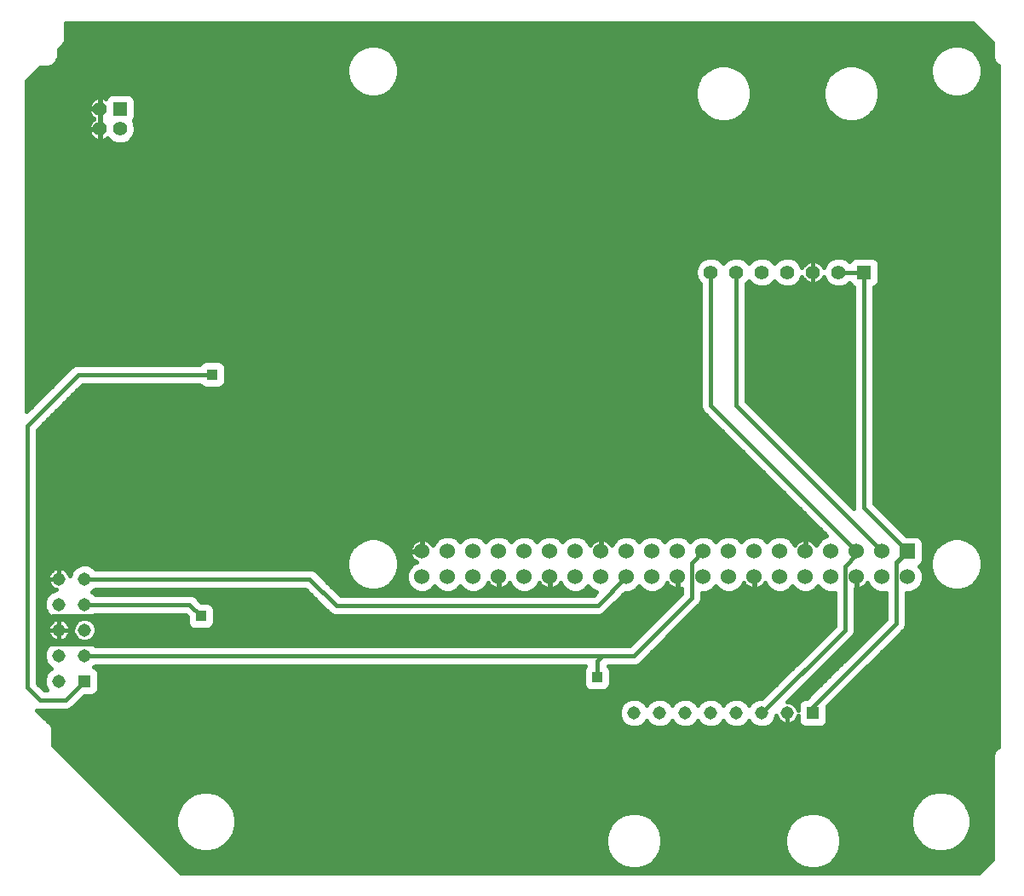
<source format=gbl>
G75*
%MOIN*%
%OFA0B0*%
%FSLAX25Y25*%
%IPPOS*%
%LPD*%
%AMOC8*
5,1,8,0,0,1.08239X$1,22.5*
%
%ADD10R,0.06000X0.06000*%
%ADD11C,0.06000*%
%ADD12R,0.05543X0.05543*%
%ADD13C,0.05543*%
%ADD14C,0.05150*%
%ADD15R,0.05150X0.05150*%
%ADD16C,0.01600*%
%ADD17R,0.04356X0.04356*%
D10*
X0350547Y0144307D03*
D11*
X0350600Y0134300D03*
X0340600Y0134300D03*
X0340600Y0144300D03*
X0330600Y0144300D03*
X0330600Y0134300D03*
X0320600Y0134300D03*
X0320600Y0144300D03*
X0310600Y0144300D03*
X0310600Y0134300D03*
X0300600Y0134300D03*
X0300600Y0144300D03*
X0290600Y0144300D03*
X0290600Y0134300D03*
X0280600Y0134300D03*
X0280600Y0144300D03*
X0270600Y0144300D03*
X0270600Y0134300D03*
X0260600Y0134300D03*
X0260600Y0144300D03*
X0250600Y0144300D03*
X0250600Y0134300D03*
X0240600Y0134300D03*
X0240600Y0144300D03*
X0230600Y0144300D03*
X0230600Y0134300D03*
X0220600Y0134300D03*
X0220600Y0144300D03*
X0210600Y0144300D03*
X0210600Y0134300D03*
X0200600Y0134300D03*
X0200600Y0144300D03*
X0190600Y0144300D03*
X0190600Y0134300D03*
X0180600Y0134300D03*
X0180600Y0144300D03*
X0170600Y0144300D03*
X0170600Y0134300D03*
X0160600Y0134300D03*
X0160600Y0144300D03*
D12*
X0333500Y0253500D03*
X0042437Y0317437D03*
D13*
X0042437Y0309563D03*
X0034563Y0309563D03*
X0034563Y0317437D03*
X0273500Y0253500D03*
X0283500Y0253500D03*
X0293500Y0253500D03*
X0303500Y0253500D03*
X0313500Y0253500D03*
X0323500Y0253500D03*
D14*
X0303500Y0081000D03*
X0293500Y0081000D03*
X0283500Y0081000D03*
X0273500Y0081000D03*
X0263500Y0081000D03*
X0253500Y0081000D03*
X0243500Y0081000D03*
X0028500Y0103500D03*
X0028500Y0113500D03*
X0028500Y0123500D03*
X0028500Y0133500D03*
X0018500Y0133500D03*
X0018500Y0123500D03*
X0018500Y0113500D03*
X0018500Y0103500D03*
X0018500Y0093500D03*
D15*
X0028500Y0093500D03*
X0313500Y0081000D03*
D16*
X0064820Y0042561D02*
X0041939Y0042561D01*
X0043537Y0040963D02*
X0064392Y0040963D01*
X0064150Y0040060D02*
X0064958Y0043074D01*
X0066518Y0045776D01*
X0068724Y0047982D01*
X0071426Y0049542D01*
X0074440Y0050350D01*
X0077560Y0050350D01*
X0080574Y0049542D01*
X0083276Y0047982D01*
X0085482Y0045776D01*
X0087042Y0043074D01*
X0087850Y0040060D01*
X0087850Y0036940D01*
X0087042Y0033926D01*
X0085482Y0031224D01*
X0083276Y0029018D01*
X0080574Y0027458D01*
X0077560Y0026650D01*
X0074440Y0026650D01*
X0071426Y0027458D01*
X0068724Y0029018D01*
X0066518Y0031224D01*
X0064958Y0033926D01*
X0064150Y0036940D01*
X0064150Y0040060D01*
X0064150Y0039364D02*
X0045136Y0039364D01*
X0046734Y0037766D02*
X0064150Y0037766D01*
X0064357Y0036167D02*
X0048333Y0036167D01*
X0049931Y0034569D02*
X0064785Y0034569D01*
X0065509Y0032970D02*
X0051530Y0032970D01*
X0053128Y0031372D02*
X0066432Y0031372D01*
X0067968Y0029773D02*
X0054727Y0029773D01*
X0056325Y0028175D02*
X0070184Y0028175D01*
X0062719Y0021781D02*
X0237270Y0021781D01*
X0236685Y0022118D02*
X0239216Y0020657D01*
X0242039Y0019901D01*
X0244961Y0019901D01*
X0247784Y0020657D01*
X0250315Y0022118D01*
X0252382Y0024185D01*
X0253843Y0026716D01*
X0254599Y0029539D01*
X0254599Y0032461D01*
X0253843Y0035284D01*
X0252382Y0037815D01*
X0250315Y0039882D01*
X0247784Y0041343D01*
X0244961Y0042099D01*
X0242039Y0042099D01*
X0239216Y0041343D01*
X0236685Y0039882D01*
X0234618Y0037815D01*
X0233157Y0035284D01*
X0232401Y0032461D01*
X0232401Y0029539D01*
X0233157Y0026716D01*
X0234618Y0024185D01*
X0236685Y0022118D01*
X0235424Y0023379D02*
X0061121Y0023379D01*
X0059522Y0024978D02*
X0234161Y0024978D01*
X0233238Y0026576D02*
X0057924Y0026576D01*
X0064318Y0020182D02*
X0240989Y0020182D01*
X0246011Y0020182D02*
X0310989Y0020182D01*
X0312039Y0019901D02*
X0314961Y0019901D01*
X0317784Y0020657D01*
X0320315Y0022118D01*
X0322382Y0024185D01*
X0323843Y0026716D01*
X0324599Y0029539D01*
X0324599Y0032461D01*
X0323843Y0035284D01*
X0322382Y0037815D01*
X0320315Y0039882D01*
X0317784Y0041343D01*
X0314961Y0042099D01*
X0312039Y0042099D01*
X0309216Y0041343D01*
X0306685Y0039882D01*
X0304618Y0037815D01*
X0303157Y0035284D01*
X0302401Y0032461D01*
X0302401Y0029539D01*
X0303157Y0026716D01*
X0304618Y0024185D01*
X0306685Y0022118D01*
X0309216Y0020657D01*
X0312039Y0019901D01*
X0316011Y0020182D02*
X0380182Y0020182D01*
X0378584Y0018584D02*
X0065916Y0018584D01*
X0066000Y0018500D02*
X0016000Y0068500D01*
X0016000Y0076000D01*
X0009855Y0082145D01*
X0010204Y0082000D01*
X0021796Y0082000D01*
X0023266Y0082609D01*
X0024391Y0083734D01*
X0028382Y0087725D01*
X0031711Y0087725D01*
X0032887Y0088212D01*
X0033788Y0089113D01*
X0034275Y0090289D01*
X0034275Y0096711D01*
X0033788Y0097887D01*
X0032887Y0098788D01*
X0032228Y0099061D01*
X0032667Y0099500D01*
X0224619Y0099500D01*
X0224109Y0098991D01*
X0223622Y0097814D01*
X0223622Y0092186D01*
X0224109Y0091009D01*
X0225009Y0090109D01*
X0226186Y0089622D01*
X0231814Y0089622D01*
X0232991Y0090109D01*
X0233891Y0091009D01*
X0234378Y0092186D01*
X0234378Y0097814D01*
X0233891Y0098991D01*
X0233381Y0099500D01*
X0244296Y0099500D01*
X0245766Y0100109D01*
X0268266Y0122609D01*
X0269391Y0123734D01*
X0270000Y0125204D01*
X0270000Y0128100D01*
X0271833Y0128100D01*
X0274112Y0129044D01*
X0275600Y0130532D01*
X0277088Y0129044D01*
X0279367Y0128100D01*
X0281833Y0128100D01*
X0284112Y0129044D01*
X0285856Y0130788D01*
X0286370Y0132029D01*
X0286495Y0131784D01*
X0286939Y0131173D01*
X0287473Y0130639D01*
X0288084Y0130195D01*
X0288757Y0129852D01*
X0289476Y0129618D01*
X0290222Y0129500D01*
X0290400Y0129500D01*
X0290400Y0134100D01*
X0290800Y0134100D01*
X0290800Y0129500D01*
X0290978Y0129500D01*
X0291724Y0129618D01*
X0292443Y0129852D01*
X0293116Y0130195D01*
X0293727Y0130639D01*
X0294261Y0131173D01*
X0294705Y0131784D01*
X0294830Y0132029D01*
X0295344Y0130788D01*
X0297088Y0129044D01*
X0299367Y0128100D01*
X0301833Y0128100D01*
X0304112Y0129044D01*
X0305600Y0130532D01*
X0307088Y0129044D01*
X0309367Y0128100D01*
X0311833Y0128100D01*
X0314112Y0129044D01*
X0315600Y0130532D01*
X0317088Y0129044D01*
X0319367Y0128100D01*
X0321833Y0128100D01*
X0322000Y0128169D01*
X0322000Y0115157D01*
X0293618Y0086775D01*
X0292351Y0086775D01*
X0290229Y0085896D01*
X0288604Y0084271D01*
X0288500Y0084019D01*
X0288396Y0084271D01*
X0286771Y0085896D01*
X0284649Y0086775D01*
X0282351Y0086775D01*
X0280229Y0085896D01*
X0278604Y0084271D01*
X0278500Y0084019D01*
X0278396Y0084271D01*
X0276771Y0085896D01*
X0274649Y0086775D01*
X0272351Y0086775D01*
X0270229Y0085896D01*
X0268604Y0084271D01*
X0268500Y0084019D01*
X0268396Y0084271D01*
X0266771Y0085896D01*
X0264649Y0086775D01*
X0262351Y0086775D01*
X0260229Y0085896D01*
X0258604Y0084271D01*
X0258500Y0084019D01*
X0258396Y0084271D01*
X0256771Y0085896D01*
X0254649Y0086775D01*
X0252351Y0086775D01*
X0250229Y0085896D01*
X0248604Y0084271D01*
X0248500Y0084019D01*
X0248396Y0084271D01*
X0246771Y0085896D01*
X0244649Y0086775D01*
X0242351Y0086775D01*
X0240229Y0085896D01*
X0238604Y0084271D01*
X0237725Y0082149D01*
X0237725Y0079851D01*
X0238604Y0077729D01*
X0240229Y0076104D01*
X0242351Y0075225D01*
X0244649Y0075225D01*
X0246771Y0076104D01*
X0248396Y0077729D01*
X0248500Y0077981D01*
X0248604Y0077729D01*
X0250229Y0076104D01*
X0252351Y0075225D01*
X0254649Y0075225D01*
X0256771Y0076104D01*
X0258396Y0077729D01*
X0258500Y0077981D01*
X0258604Y0077729D01*
X0260229Y0076104D01*
X0262351Y0075225D01*
X0264649Y0075225D01*
X0266771Y0076104D01*
X0268396Y0077729D01*
X0268500Y0077981D01*
X0268604Y0077729D01*
X0270229Y0076104D01*
X0272351Y0075225D01*
X0274649Y0075225D01*
X0276771Y0076104D01*
X0278396Y0077729D01*
X0278500Y0077981D01*
X0278604Y0077729D01*
X0280229Y0076104D01*
X0282351Y0075225D01*
X0284649Y0075225D01*
X0286771Y0076104D01*
X0288396Y0077729D01*
X0288500Y0077981D01*
X0288604Y0077729D01*
X0290229Y0076104D01*
X0292351Y0075225D01*
X0294649Y0075225D01*
X0296771Y0076104D01*
X0298396Y0077729D01*
X0299274Y0079849D01*
X0299446Y0079321D01*
X0299758Y0078707D01*
X0300163Y0078150D01*
X0300650Y0077663D01*
X0301207Y0077258D01*
X0301821Y0076946D01*
X0302476Y0076733D01*
X0303156Y0076625D01*
X0303500Y0076625D01*
X0303844Y0076625D01*
X0304524Y0076733D01*
X0305179Y0076946D01*
X0305793Y0077258D01*
X0306350Y0077663D01*
X0306837Y0078150D01*
X0307242Y0078707D01*
X0307554Y0079321D01*
X0307725Y0079847D01*
X0307725Y0077789D01*
X0308212Y0076613D01*
X0309113Y0075712D01*
X0310289Y0075225D01*
X0316711Y0075225D01*
X0317887Y0075712D01*
X0318788Y0076613D01*
X0319275Y0077789D01*
X0319275Y0083618D01*
X0349391Y0113734D01*
X0350000Y0115204D01*
X0350000Y0128100D01*
X0351833Y0128100D01*
X0354112Y0129044D01*
X0355856Y0130788D01*
X0356800Y0133067D01*
X0356800Y0135533D01*
X0355856Y0137812D01*
X0355158Y0138510D01*
X0355360Y0138594D01*
X0356260Y0139494D01*
X0356747Y0140671D01*
X0356747Y0147944D01*
X0356260Y0149120D01*
X0355360Y0150020D01*
X0354184Y0150507D01*
X0350004Y0150507D01*
X0337500Y0163011D01*
X0337500Y0247773D01*
X0338084Y0248016D01*
X0338984Y0248916D01*
X0339472Y0250092D01*
X0339472Y0256908D01*
X0338984Y0258084D01*
X0338084Y0258984D01*
X0336908Y0259472D01*
X0330092Y0259472D01*
X0328916Y0258984D01*
X0328016Y0258084D01*
X0327824Y0257621D01*
X0326883Y0258563D01*
X0324688Y0259472D01*
X0322312Y0259472D01*
X0320117Y0258563D01*
X0318437Y0256883D01*
X0317748Y0255219D01*
X0317737Y0255255D01*
X0317410Y0255896D01*
X0316987Y0256478D01*
X0316478Y0256987D01*
X0315896Y0257410D01*
X0315255Y0257737D01*
X0314571Y0257959D01*
X0313860Y0258072D01*
X0313586Y0258072D01*
X0313586Y0253586D01*
X0313414Y0253586D01*
X0313414Y0258072D01*
X0313140Y0258072D01*
X0312429Y0257959D01*
X0311745Y0257737D01*
X0311104Y0257410D01*
X0310522Y0256987D01*
X0310013Y0256478D01*
X0309590Y0255896D01*
X0309263Y0255255D01*
X0309252Y0255219D01*
X0308563Y0256883D01*
X0306883Y0258563D01*
X0304688Y0259472D01*
X0302312Y0259472D01*
X0300117Y0258563D01*
X0298500Y0256945D01*
X0296883Y0258563D01*
X0294688Y0259472D01*
X0292312Y0259472D01*
X0290117Y0258563D01*
X0288500Y0256945D01*
X0286883Y0258563D01*
X0284688Y0259472D01*
X0282312Y0259472D01*
X0280117Y0258563D01*
X0278500Y0256945D01*
X0276883Y0258563D01*
X0274688Y0259472D01*
X0272312Y0259472D01*
X0270117Y0258563D01*
X0268437Y0256883D01*
X0267528Y0254688D01*
X0267528Y0252312D01*
X0268437Y0250117D01*
X0269500Y0249055D01*
X0269500Y0200604D01*
X0270109Y0199134D01*
X0318926Y0150317D01*
X0317088Y0149556D01*
X0315344Y0147812D01*
X0314830Y0146571D01*
X0314705Y0146816D01*
X0314261Y0147427D01*
X0313727Y0147961D01*
X0313116Y0148405D01*
X0312443Y0148748D01*
X0311724Y0148982D01*
X0310978Y0149100D01*
X0310800Y0149100D01*
X0310800Y0144500D01*
X0310400Y0144500D01*
X0310400Y0149100D01*
X0310222Y0149100D01*
X0309476Y0148982D01*
X0308757Y0148748D01*
X0308084Y0148405D01*
X0307473Y0147961D01*
X0306939Y0147427D01*
X0306495Y0146816D01*
X0306370Y0146571D01*
X0305856Y0147812D01*
X0304112Y0149556D01*
X0301833Y0150500D01*
X0299367Y0150500D01*
X0297088Y0149556D01*
X0295600Y0148068D01*
X0294112Y0149556D01*
X0291833Y0150500D01*
X0289367Y0150500D01*
X0287088Y0149556D01*
X0285600Y0148068D01*
X0284112Y0149556D01*
X0281833Y0150500D01*
X0279367Y0150500D01*
X0277088Y0149556D01*
X0275600Y0148068D01*
X0274112Y0149556D01*
X0271833Y0150500D01*
X0269367Y0150500D01*
X0267088Y0149556D01*
X0265600Y0148068D01*
X0264112Y0149556D01*
X0261833Y0150500D01*
X0259367Y0150500D01*
X0257088Y0149556D01*
X0255600Y0148068D01*
X0254112Y0149556D01*
X0251833Y0150500D01*
X0249367Y0150500D01*
X0247088Y0149556D01*
X0245600Y0148068D01*
X0244112Y0149556D01*
X0241833Y0150500D01*
X0239367Y0150500D01*
X0237088Y0149556D01*
X0235344Y0147812D01*
X0234830Y0146571D01*
X0234705Y0146816D01*
X0234261Y0147427D01*
X0233727Y0147961D01*
X0233116Y0148405D01*
X0232443Y0148748D01*
X0231724Y0148982D01*
X0230978Y0149100D01*
X0230800Y0149100D01*
X0230800Y0144500D01*
X0230400Y0144500D01*
X0230400Y0149100D01*
X0230222Y0149100D01*
X0229476Y0148982D01*
X0228757Y0148748D01*
X0228084Y0148405D01*
X0227473Y0147961D01*
X0226939Y0147427D01*
X0226495Y0146816D01*
X0226370Y0146571D01*
X0225856Y0147812D01*
X0224112Y0149556D01*
X0221833Y0150500D01*
X0219367Y0150500D01*
X0217088Y0149556D01*
X0215600Y0148068D01*
X0214112Y0149556D01*
X0211833Y0150500D01*
X0209367Y0150500D01*
X0207088Y0149556D01*
X0205600Y0148068D01*
X0204112Y0149556D01*
X0201833Y0150500D01*
X0199367Y0150500D01*
X0197088Y0149556D01*
X0195600Y0148068D01*
X0194112Y0149556D01*
X0191833Y0150500D01*
X0189367Y0150500D01*
X0187088Y0149556D01*
X0185600Y0148068D01*
X0184112Y0149556D01*
X0181833Y0150500D01*
X0179367Y0150500D01*
X0177088Y0149556D01*
X0175600Y0148068D01*
X0174112Y0149556D01*
X0171833Y0150500D01*
X0169367Y0150500D01*
X0167088Y0149556D01*
X0165344Y0147812D01*
X0164830Y0146571D01*
X0164705Y0146816D01*
X0164261Y0147427D01*
X0163727Y0147961D01*
X0163116Y0148405D01*
X0162443Y0148748D01*
X0161724Y0148982D01*
X0160978Y0149100D01*
X0160800Y0149100D01*
X0160800Y0144500D01*
X0160400Y0144500D01*
X0160400Y0149100D01*
X0160222Y0149100D01*
X0159476Y0148982D01*
X0158757Y0148748D01*
X0158084Y0148405D01*
X0157473Y0147961D01*
X0156939Y0147427D01*
X0156495Y0146816D01*
X0156152Y0146143D01*
X0155918Y0145424D01*
X0155800Y0144678D01*
X0155800Y0144500D01*
X0160400Y0144500D01*
X0160400Y0144100D01*
X0155800Y0144100D01*
X0155800Y0143922D01*
X0155918Y0143176D01*
X0156152Y0142457D01*
X0156495Y0141784D01*
X0156939Y0141173D01*
X0157473Y0140639D01*
X0158084Y0140195D01*
X0158329Y0140070D01*
X0157088Y0139556D01*
X0155344Y0137812D01*
X0154400Y0135533D01*
X0154400Y0133067D01*
X0155344Y0130788D01*
X0157088Y0129044D01*
X0159367Y0128100D01*
X0161833Y0128100D01*
X0164112Y0129044D01*
X0165600Y0130532D01*
X0167088Y0129044D01*
X0169367Y0128100D01*
X0171833Y0128100D01*
X0174112Y0129044D01*
X0175600Y0130532D01*
X0177088Y0129044D01*
X0179367Y0128100D01*
X0181833Y0128100D01*
X0184112Y0129044D01*
X0185856Y0130788D01*
X0186370Y0132029D01*
X0186495Y0131784D01*
X0186939Y0131173D01*
X0187473Y0130639D01*
X0188084Y0130195D01*
X0188757Y0129852D01*
X0189476Y0129618D01*
X0190222Y0129500D01*
X0190400Y0129500D01*
X0190400Y0134100D01*
X0190800Y0134100D01*
X0190800Y0129500D01*
X0190978Y0129500D01*
X0191724Y0129618D01*
X0192443Y0129852D01*
X0193116Y0130195D01*
X0193727Y0130639D01*
X0194261Y0131173D01*
X0194705Y0131784D01*
X0194830Y0132029D01*
X0195344Y0130788D01*
X0197088Y0129044D01*
X0199367Y0128100D01*
X0201833Y0128100D01*
X0204112Y0129044D01*
X0205856Y0130788D01*
X0206370Y0132029D01*
X0206495Y0131784D01*
X0206939Y0131173D01*
X0207473Y0130639D01*
X0208084Y0130195D01*
X0208757Y0129852D01*
X0209476Y0129618D01*
X0210222Y0129500D01*
X0210400Y0129500D01*
X0210400Y0134100D01*
X0210800Y0134100D01*
X0210800Y0129500D01*
X0210978Y0129500D01*
X0211724Y0129618D01*
X0212443Y0129852D01*
X0213116Y0130195D01*
X0213727Y0130639D01*
X0214261Y0131173D01*
X0214705Y0131784D01*
X0214830Y0132029D01*
X0215344Y0130788D01*
X0217088Y0129044D01*
X0219367Y0128100D01*
X0221833Y0128100D01*
X0224112Y0129044D01*
X0225600Y0130532D01*
X0227088Y0129044D01*
X0228926Y0128283D01*
X0227643Y0127000D01*
X0128657Y0127000D01*
X0118766Y0136891D01*
X0117296Y0137500D01*
X0032667Y0137500D01*
X0031771Y0138396D01*
X0029649Y0139275D01*
X0027351Y0139275D01*
X0025229Y0138396D01*
X0023604Y0136771D01*
X0022726Y0134651D01*
X0022554Y0135179D01*
X0022242Y0135793D01*
X0021837Y0136350D01*
X0021350Y0136837D01*
X0020793Y0137242D01*
X0020179Y0137554D01*
X0019524Y0137767D01*
X0018844Y0137875D01*
X0018500Y0137875D01*
X0018156Y0137875D01*
X0017476Y0137767D01*
X0016821Y0137554D01*
X0016207Y0137242D01*
X0015650Y0136837D01*
X0015163Y0136350D01*
X0014758Y0135793D01*
X0014446Y0135179D01*
X0014233Y0134524D01*
X0014125Y0133844D01*
X0014125Y0133500D01*
X0018500Y0133500D01*
X0018500Y0133500D01*
X0018500Y0137875D01*
X0018500Y0133500D01*
X0018500Y0133500D01*
X0014125Y0133500D01*
X0014125Y0133156D01*
X0014233Y0132476D01*
X0014446Y0131821D01*
X0014758Y0131207D01*
X0015163Y0130650D01*
X0015650Y0130163D01*
X0016207Y0129758D01*
X0016821Y0129446D01*
X0017349Y0129274D01*
X0015229Y0128396D01*
X0013604Y0126771D01*
X0012725Y0124649D01*
X0012725Y0122351D01*
X0013604Y0120229D01*
X0015229Y0118604D01*
X0017349Y0117726D01*
X0016821Y0117554D01*
X0016207Y0117242D01*
X0015650Y0116837D01*
X0015163Y0116350D01*
X0014758Y0115793D01*
X0014446Y0115179D01*
X0014233Y0114524D01*
X0014125Y0113844D01*
X0014125Y0113500D01*
X0018500Y0113500D01*
X0018500Y0113500D01*
X0018500Y0117875D01*
X0018156Y0117875D01*
X0017476Y0117767D01*
X0016821Y0117554D01*
X0016207Y0117242D01*
X0015650Y0116837D01*
X0015163Y0116350D01*
X0014758Y0115793D01*
X0014446Y0115179D01*
X0014233Y0114524D01*
X0014125Y0113844D01*
X0014125Y0113500D01*
X0018500Y0113500D01*
X0022875Y0113500D01*
X0022875Y0113844D01*
X0022767Y0114524D01*
X0022554Y0115179D01*
X0022242Y0115793D01*
X0021837Y0116350D01*
X0021350Y0116837D01*
X0020793Y0117242D01*
X0020179Y0117554D01*
X0019524Y0117767D01*
X0018844Y0117875D01*
X0018500Y0117875D01*
X0018500Y0113500D01*
X0018500Y0113500D01*
X0018500Y0113500D01*
X0022875Y0113500D01*
X0022875Y0113156D01*
X0022767Y0112476D01*
X0022554Y0111821D01*
X0022242Y0111207D01*
X0021837Y0110650D01*
X0021350Y0110163D01*
X0020793Y0109758D01*
X0020179Y0109446D01*
X0019524Y0109233D01*
X0018844Y0109125D01*
X0018500Y0109125D01*
X0018500Y0113500D01*
X0018500Y0113500D01*
X0018500Y0113500D01*
X0014125Y0113500D01*
X0014125Y0113156D01*
X0014233Y0112476D01*
X0014446Y0111821D01*
X0014758Y0111207D01*
X0015163Y0110650D01*
X0015650Y0110163D01*
X0016207Y0109758D01*
X0016821Y0109446D01*
X0017476Y0109233D01*
X0018156Y0109125D01*
X0018500Y0109125D01*
X0018500Y0113500D01*
X0014125Y0113500D01*
X0014125Y0113156D01*
X0014233Y0112476D01*
X0014446Y0111821D01*
X0014758Y0111207D01*
X0015163Y0110650D01*
X0015650Y0110163D01*
X0016207Y0109758D01*
X0016821Y0109446D01*
X0017349Y0109274D01*
X0015229Y0108396D01*
X0013604Y0106771D01*
X0012725Y0104649D01*
X0012725Y0102351D01*
X0013604Y0100229D01*
X0015229Y0098604D01*
X0015481Y0098500D01*
X0015229Y0098396D01*
X0013604Y0096771D01*
X0012725Y0094649D01*
X0012725Y0092351D01*
X0013604Y0090229D01*
X0013833Y0090000D01*
X0012657Y0090000D01*
X0010000Y0092657D01*
X0010000Y0191843D01*
X0027657Y0209500D01*
X0073619Y0209500D01*
X0074509Y0208609D01*
X0075686Y0208122D01*
X0081314Y0208122D01*
X0082491Y0208609D01*
X0083391Y0209509D01*
X0083878Y0210686D01*
X0083878Y0216314D01*
X0083391Y0217491D01*
X0082491Y0218391D01*
X0081314Y0218878D01*
X0075686Y0218878D01*
X0074509Y0218391D01*
X0073619Y0217500D01*
X0025204Y0217500D01*
X0023734Y0216891D01*
X0022609Y0215766D01*
X0005800Y0198957D01*
X0005800Y0328300D01*
X0011200Y0333700D01*
X0014455Y0333700D01*
X0016219Y0334431D01*
X0017569Y0335781D01*
X0018300Y0337545D01*
X0018300Y0340800D01*
X0021000Y0343500D01*
X0021000Y0351000D01*
X0376000Y0351000D01*
X0383700Y0343300D01*
X0383700Y0337545D01*
X0384431Y0335781D01*
X0385781Y0334431D01*
X0386000Y0334340D01*
X0386000Y0067660D01*
X0385781Y0067569D01*
X0384431Y0066219D01*
X0383700Y0064455D01*
X0383700Y0023700D01*
X0378500Y0018500D01*
X0066000Y0018500D01*
X0081816Y0028175D02*
X0232766Y0028175D01*
X0232401Y0029773D02*
X0084032Y0029773D01*
X0085568Y0031372D02*
X0232401Y0031372D01*
X0232537Y0032970D02*
X0086491Y0032970D01*
X0087215Y0034569D02*
X0232966Y0034569D01*
X0233667Y0036167D02*
X0087643Y0036167D01*
X0087850Y0037766D02*
X0234590Y0037766D01*
X0236168Y0039364D02*
X0087850Y0039364D01*
X0087608Y0040963D02*
X0238558Y0040963D01*
X0248442Y0040963D02*
X0308558Y0040963D01*
X0306168Y0039364D02*
X0250832Y0039364D01*
X0252410Y0037766D02*
X0304590Y0037766D01*
X0303667Y0036167D02*
X0253333Y0036167D01*
X0254034Y0034569D02*
X0302966Y0034569D01*
X0302537Y0032970D02*
X0254463Y0032970D01*
X0254599Y0031372D02*
X0302401Y0031372D01*
X0302401Y0029773D02*
X0254599Y0029773D01*
X0254234Y0028175D02*
X0302766Y0028175D01*
X0303238Y0026576D02*
X0253762Y0026576D01*
X0252839Y0024978D02*
X0304161Y0024978D01*
X0305424Y0023379D02*
X0251576Y0023379D01*
X0249730Y0021781D02*
X0307270Y0021781D01*
X0319730Y0021781D02*
X0381781Y0021781D01*
X0383379Y0023379D02*
X0321576Y0023379D01*
X0322839Y0024978D02*
X0383700Y0024978D01*
X0383700Y0026576D02*
X0323762Y0026576D01*
X0324234Y0028175D02*
X0357684Y0028175D01*
X0358926Y0027458D02*
X0356224Y0029018D01*
X0354018Y0031224D01*
X0352458Y0033926D01*
X0351650Y0036940D01*
X0351650Y0040060D01*
X0352458Y0043074D01*
X0354018Y0045776D01*
X0356224Y0047982D01*
X0358926Y0049542D01*
X0361940Y0050350D01*
X0365060Y0050350D01*
X0368074Y0049542D01*
X0370776Y0047982D01*
X0372982Y0045776D01*
X0374542Y0043074D01*
X0375350Y0040060D01*
X0375350Y0036940D01*
X0374542Y0033926D01*
X0372982Y0031224D01*
X0370776Y0029018D01*
X0368074Y0027458D01*
X0365060Y0026650D01*
X0361940Y0026650D01*
X0358926Y0027458D01*
X0355468Y0029773D02*
X0324599Y0029773D01*
X0324599Y0031372D02*
X0353932Y0031372D01*
X0353009Y0032970D02*
X0324463Y0032970D01*
X0324034Y0034569D02*
X0352285Y0034569D01*
X0351857Y0036167D02*
X0323333Y0036167D01*
X0322410Y0037766D02*
X0351650Y0037766D01*
X0351650Y0039364D02*
X0320832Y0039364D01*
X0318442Y0040963D02*
X0351892Y0040963D01*
X0352320Y0042561D02*
X0087180Y0042561D01*
X0086416Y0044160D02*
X0353084Y0044160D01*
X0354007Y0045758D02*
X0085493Y0045758D01*
X0083902Y0047357D02*
X0355598Y0047357D01*
X0357909Y0048955D02*
X0081591Y0048955D01*
X0070409Y0048955D02*
X0035545Y0048955D01*
X0037143Y0047357D02*
X0068098Y0047357D01*
X0066507Y0045758D02*
X0038742Y0045758D01*
X0040340Y0044160D02*
X0065584Y0044160D01*
X0033946Y0050554D02*
X0383700Y0050554D01*
X0383700Y0052152D02*
X0032348Y0052152D01*
X0030749Y0053751D02*
X0383700Y0053751D01*
X0383700Y0055349D02*
X0029151Y0055349D01*
X0027552Y0056948D02*
X0383700Y0056948D01*
X0383700Y0058546D02*
X0025954Y0058546D01*
X0024355Y0060145D02*
X0383700Y0060145D01*
X0383700Y0061743D02*
X0022757Y0061743D01*
X0021158Y0063342D02*
X0383700Y0063342D01*
X0383901Y0064940D02*
X0019560Y0064940D01*
X0017961Y0066539D02*
X0384751Y0066539D01*
X0386000Y0068137D02*
X0016363Y0068137D01*
X0016000Y0069736D02*
X0386000Y0069736D01*
X0386000Y0071334D02*
X0016000Y0071334D01*
X0016000Y0072933D02*
X0386000Y0072933D01*
X0386000Y0074532D02*
X0016000Y0074532D01*
X0015870Y0076130D02*
X0240203Y0076130D01*
X0238605Y0077729D02*
X0014271Y0077729D01*
X0012673Y0079327D02*
X0237942Y0079327D01*
X0237725Y0080926D02*
X0011074Y0080926D01*
X0011000Y0086000D02*
X0006000Y0091000D01*
X0006000Y0193500D01*
X0026000Y0213500D01*
X0078500Y0213500D01*
X0083878Y0213602D02*
X0269500Y0213602D01*
X0269500Y0215201D02*
X0083878Y0215201D01*
X0083677Y0216799D02*
X0269500Y0216799D01*
X0269500Y0218398D02*
X0082474Y0218398D01*
X0083878Y0212003D02*
X0269500Y0212003D01*
X0269500Y0210405D02*
X0083762Y0210405D01*
X0082688Y0208806D02*
X0269500Y0208806D01*
X0269500Y0207208D02*
X0025365Y0207208D01*
X0026963Y0208806D02*
X0074312Y0208806D01*
X0074526Y0218398D02*
X0005800Y0218398D01*
X0005800Y0219996D02*
X0269500Y0219996D01*
X0269500Y0221595D02*
X0005800Y0221595D01*
X0005800Y0223193D02*
X0269500Y0223193D01*
X0269500Y0224792D02*
X0005800Y0224792D01*
X0005800Y0226390D02*
X0269500Y0226390D01*
X0269500Y0227989D02*
X0005800Y0227989D01*
X0005800Y0229587D02*
X0269500Y0229587D01*
X0269500Y0231186D02*
X0005800Y0231186D01*
X0005800Y0232784D02*
X0269500Y0232784D01*
X0269500Y0234383D02*
X0005800Y0234383D01*
X0005800Y0235981D02*
X0269500Y0235981D01*
X0269500Y0237580D02*
X0005800Y0237580D01*
X0005800Y0239178D02*
X0269500Y0239178D01*
X0269500Y0240777D02*
X0005800Y0240777D01*
X0005800Y0242375D02*
X0269500Y0242375D01*
X0269500Y0243974D02*
X0005800Y0243974D01*
X0005800Y0245572D02*
X0269500Y0245572D01*
X0269500Y0247171D02*
X0005800Y0247171D01*
X0005800Y0248769D02*
X0269500Y0248769D01*
X0268334Y0250368D02*
X0005800Y0250368D01*
X0005800Y0251966D02*
X0267672Y0251966D01*
X0267528Y0253565D02*
X0005800Y0253565D01*
X0005800Y0255163D02*
X0267725Y0255163D01*
X0268387Y0256762D02*
X0005800Y0256762D01*
X0005800Y0258360D02*
X0269915Y0258360D01*
X0273500Y0253500D02*
X0273500Y0201400D01*
X0330600Y0144300D01*
X0330600Y0143100D01*
X0326000Y0138500D01*
X0326000Y0113500D01*
X0293500Y0081000D01*
X0299058Y0079327D02*
X0299444Y0079327D01*
X0298395Y0077729D02*
X0300585Y0077729D01*
X0303500Y0077729D02*
X0303500Y0077729D01*
X0303500Y0076625D02*
X0303500Y0081000D01*
X0303500Y0081000D01*
X0303500Y0076625D01*
X0303500Y0079327D02*
X0303500Y0079327D01*
X0303500Y0080926D02*
X0303500Y0080926D01*
X0306415Y0077729D02*
X0307750Y0077729D01*
X0307725Y0079327D02*
X0307556Y0079327D01*
X0307725Y0082153D02*
X0307554Y0082679D01*
X0307242Y0083293D01*
X0306837Y0083850D01*
X0306350Y0084337D01*
X0305793Y0084742D01*
X0305179Y0085054D01*
X0304524Y0085267D01*
X0303844Y0085375D01*
X0303532Y0085375D01*
X0329391Y0111234D01*
X0330000Y0112704D01*
X0330000Y0114296D01*
X0330000Y0129535D01*
X0330222Y0129500D01*
X0330400Y0129500D01*
X0330400Y0134100D01*
X0330800Y0134100D01*
X0330800Y0129500D01*
X0330978Y0129500D01*
X0331724Y0129618D01*
X0332443Y0129852D01*
X0333116Y0130195D01*
X0333727Y0130639D01*
X0334261Y0131173D01*
X0334705Y0131784D01*
X0334830Y0132029D01*
X0335344Y0130788D01*
X0337088Y0129044D01*
X0339367Y0128100D01*
X0341833Y0128100D01*
X0342000Y0128169D01*
X0342000Y0117657D01*
X0311234Y0086891D01*
X0311118Y0086775D01*
X0310289Y0086775D01*
X0309113Y0086288D01*
X0308212Y0085387D01*
X0307725Y0084211D01*
X0307725Y0082153D01*
X0307725Y0082524D02*
X0307605Y0082524D01*
X0307725Y0084123D02*
X0306564Y0084123D01*
X0308546Y0085721D02*
X0303878Y0085721D01*
X0305476Y0087320D02*
X0311663Y0087320D01*
X0313261Y0088918D02*
X0307075Y0088918D01*
X0308673Y0090517D02*
X0314860Y0090517D01*
X0316458Y0092115D02*
X0310272Y0092115D01*
X0311870Y0093714D02*
X0318057Y0093714D01*
X0319655Y0095312D02*
X0313469Y0095312D01*
X0315068Y0096911D02*
X0321254Y0096911D01*
X0322852Y0098509D02*
X0316666Y0098509D01*
X0318265Y0100108D02*
X0324451Y0100108D01*
X0326049Y0101706D02*
X0319863Y0101706D01*
X0321462Y0103305D02*
X0327648Y0103305D01*
X0329246Y0104903D02*
X0323060Y0104903D01*
X0324659Y0106502D02*
X0330845Y0106502D01*
X0332443Y0108100D02*
X0326257Y0108100D01*
X0327856Y0109699D02*
X0334042Y0109699D01*
X0335640Y0111297D02*
X0329417Y0111297D01*
X0330000Y0112896D02*
X0337239Y0112896D01*
X0338837Y0114494D02*
X0330000Y0114494D01*
X0330000Y0116093D02*
X0340436Y0116093D01*
X0342000Y0117691D02*
X0330000Y0117691D01*
X0330000Y0119290D02*
X0342000Y0119290D01*
X0342000Y0120888D02*
X0330000Y0120888D01*
X0330000Y0122487D02*
X0342000Y0122487D01*
X0342000Y0124085D02*
X0330000Y0124085D01*
X0330000Y0125684D02*
X0342000Y0125684D01*
X0342000Y0127282D02*
X0330000Y0127282D01*
X0330000Y0128881D02*
X0337481Y0128881D01*
X0335652Y0130479D02*
X0333508Y0130479D01*
X0330800Y0130479D02*
X0330400Y0130479D01*
X0330400Y0132078D02*
X0330800Y0132078D01*
X0330800Y0133676D02*
X0330400Y0133676D01*
X0322000Y0127282D02*
X0270000Y0127282D01*
X0270000Y0125684D02*
X0322000Y0125684D01*
X0322000Y0124085D02*
X0269536Y0124085D01*
X0268144Y0122487D02*
X0322000Y0122487D01*
X0322000Y0120888D02*
X0266545Y0120888D01*
X0264947Y0119290D02*
X0322000Y0119290D01*
X0322000Y0117691D02*
X0263348Y0117691D01*
X0261750Y0116093D02*
X0322000Y0116093D01*
X0321337Y0114494D02*
X0260151Y0114494D01*
X0258553Y0112896D02*
X0319739Y0112896D01*
X0318140Y0111297D02*
X0256954Y0111297D01*
X0255356Y0109699D02*
X0316542Y0109699D01*
X0314943Y0108100D02*
X0253757Y0108100D01*
X0252159Y0106502D02*
X0313345Y0106502D01*
X0311746Y0104903D02*
X0250560Y0104903D01*
X0248962Y0103305D02*
X0310148Y0103305D01*
X0308549Y0101706D02*
X0247363Y0101706D01*
X0245763Y0100108D02*
X0306951Y0100108D01*
X0305352Y0098509D02*
X0234090Y0098509D01*
X0234378Y0096911D02*
X0303754Y0096911D01*
X0302155Y0095312D02*
X0234378Y0095312D01*
X0234378Y0093714D02*
X0300557Y0093714D01*
X0298958Y0092115D02*
X0234349Y0092115D01*
X0233398Y0090517D02*
X0297360Y0090517D01*
X0295761Y0088918D02*
X0033593Y0088918D01*
X0034275Y0090517D02*
X0224602Y0090517D01*
X0223651Y0092115D02*
X0034275Y0092115D01*
X0034275Y0093714D02*
X0223622Y0093714D01*
X0223622Y0095312D02*
X0034275Y0095312D01*
X0034192Y0096911D02*
X0223622Y0096911D01*
X0223910Y0098509D02*
X0033166Y0098509D01*
X0028500Y0103500D02*
X0231000Y0103500D01*
X0229000Y0101500D01*
X0229000Y0095000D01*
X0231000Y0103500D02*
X0243500Y0103500D01*
X0266000Y0126000D01*
X0266000Y0139700D01*
X0270600Y0144300D01*
X0267343Y0149662D02*
X0263857Y0149662D01*
X0257343Y0149662D02*
X0253857Y0149662D01*
X0247343Y0149662D02*
X0243857Y0149662D01*
X0237343Y0149662D02*
X0223857Y0149662D01*
X0225605Y0148063D02*
X0227613Y0148063D01*
X0230400Y0148063D02*
X0230800Y0148063D01*
X0230800Y0146465D02*
X0230400Y0146465D01*
X0230400Y0144866D02*
X0230800Y0144866D01*
X0233587Y0148063D02*
X0235595Y0148063D01*
X0240600Y0134300D02*
X0229300Y0123000D01*
X0127000Y0123000D01*
X0116500Y0133500D01*
X0028500Y0133500D01*
X0032667Y0129500D02*
X0114843Y0129500D01*
X0123609Y0120734D01*
X0124734Y0119609D01*
X0126204Y0119000D01*
X0230096Y0119000D01*
X0231566Y0119609D01*
X0240057Y0128100D01*
X0241833Y0128100D01*
X0244112Y0129044D01*
X0245600Y0130532D01*
X0247088Y0129044D01*
X0249367Y0128100D01*
X0251833Y0128100D01*
X0254112Y0129044D01*
X0255856Y0130788D01*
X0256370Y0132029D01*
X0256495Y0131784D01*
X0256939Y0131173D01*
X0257473Y0130639D01*
X0258084Y0130195D01*
X0258757Y0129852D01*
X0259476Y0129618D01*
X0260222Y0129500D01*
X0260400Y0129500D01*
X0260400Y0134100D01*
X0260800Y0134100D01*
X0260800Y0129500D01*
X0260978Y0129500D01*
X0261724Y0129618D01*
X0262000Y0129708D01*
X0262000Y0127657D01*
X0241843Y0107500D01*
X0032667Y0107500D01*
X0031771Y0108396D01*
X0031519Y0108500D01*
X0031771Y0108604D01*
X0033396Y0110229D01*
X0034275Y0112351D01*
X0034275Y0114649D01*
X0033396Y0116771D01*
X0031771Y0118396D01*
X0031519Y0118500D01*
X0031771Y0118604D01*
X0032667Y0119500D01*
X0067843Y0119500D01*
X0068622Y0118721D01*
X0068622Y0116186D01*
X0069109Y0115009D01*
X0070009Y0114109D01*
X0071186Y0113622D01*
X0076814Y0113622D01*
X0077991Y0114109D01*
X0078891Y0115009D01*
X0079378Y0116186D01*
X0079378Y0121814D01*
X0078891Y0122991D01*
X0077991Y0123891D01*
X0076814Y0124378D01*
X0074279Y0124378D01*
X0071766Y0126891D01*
X0070296Y0127500D01*
X0032667Y0127500D01*
X0031771Y0128396D01*
X0031519Y0128500D01*
X0031771Y0128604D01*
X0032667Y0129500D01*
X0032048Y0128881D02*
X0115462Y0128881D01*
X0117061Y0127282D02*
X0070821Y0127282D01*
X0072973Y0125684D02*
X0118659Y0125684D01*
X0120258Y0124085D02*
X0077521Y0124085D01*
X0079099Y0122487D02*
X0121856Y0122487D01*
X0123455Y0120888D02*
X0079378Y0120888D01*
X0079378Y0119290D02*
X0125505Y0119290D01*
X0128374Y0127282D02*
X0227926Y0127282D01*
X0227481Y0128881D02*
X0223719Y0128881D01*
X0225548Y0130479D02*
X0225652Y0130479D01*
X0217481Y0128881D02*
X0203719Y0128881D01*
X0205548Y0130479D02*
X0207692Y0130479D01*
X0210400Y0130479D02*
X0210800Y0130479D01*
X0210800Y0132078D02*
X0210400Y0132078D01*
X0210400Y0133676D02*
X0210800Y0133676D01*
X0213508Y0130479D02*
X0215652Y0130479D01*
X0197481Y0128881D02*
X0183719Y0128881D01*
X0185548Y0130479D02*
X0187692Y0130479D01*
X0190400Y0130479D02*
X0190800Y0130479D01*
X0190800Y0132078D02*
X0190400Y0132078D01*
X0190400Y0133676D02*
X0190800Y0133676D01*
X0193508Y0130479D02*
X0195652Y0130479D01*
X0177481Y0128881D02*
X0173719Y0128881D01*
X0175548Y0130479D02*
X0175652Y0130479D01*
X0167481Y0128881D02*
X0163719Y0128881D01*
X0165548Y0130479D02*
X0165652Y0130479D01*
X0157481Y0128881D02*
X0126776Y0128881D01*
X0125177Y0130479D02*
X0136237Y0130479D01*
X0135103Y0131134D02*
X0137432Y0129790D01*
X0140029Y0129094D01*
X0142719Y0129094D01*
X0145316Y0129790D01*
X0147645Y0131134D01*
X0149547Y0133036D01*
X0150891Y0135365D01*
X0151587Y0137962D01*
X0151587Y0140652D01*
X0150891Y0143249D01*
X0149547Y0145578D01*
X0147645Y0147480D01*
X0145316Y0148824D01*
X0142719Y0149520D01*
X0140029Y0149520D01*
X0137432Y0148824D01*
X0135103Y0147480D01*
X0133201Y0145578D01*
X0131857Y0143249D01*
X0131161Y0140652D01*
X0131161Y0137962D01*
X0131857Y0135365D01*
X0133201Y0133036D01*
X0135103Y0131134D01*
X0134159Y0132078D02*
X0123579Y0132078D01*
X0121980Y0133676D02*
X0132831Y0133676D01*
X0131909Y0135275D02*
X0120382Y0135275D01*
X0118783Y0136873D02*
X0131452Y0136873D01*
X0131161Y0138472D02*
X0031587Y0138472D01*
X0025413Y0138472D02*
X0010000Y0138472D01*
X0010000Y0140070D02*
X0131161Y0140070D01*
X0131433Y0141669D02*
X0010000Y0141669D01*
X0010000Y0143268D02*
X0131867Y0143268D01*
X0132790Y0144866D02*
X0010000Y0144866D01*
X0010000Y0146465D02*
X0134088Y0146465D01*
X0136113Y0148063D02*
X0010000Y0148063D01*
X0010000Y0149662D02*
X0167343Y0149662D01*
X0165595Y0148063D02*
X0163587Y0148063D01*
X0160800Y0148063D02*
X0160400Y0148063D01*
X0160400Y0146465D02*
X0160800Y0146465D01*
X0160800Y0144866D02*
X0160400Y0144866D01*
X0157613Y0148063D02*
X0146635Y0148063D01*
X0148660Y0146465D02*
X0156316Y0146465D01*
X0155830Y0144866D02*
X0149958Y0144866D01*
X0150881Y0143268D02*
X0155904Y0143268D01*
X0156578Y0141669D02*
X0151315Y0141669D01*
X0151587Y0140070D02*
X0158328Y0140070D01*
X0156004Y0138472D02*
X0151587Y0138472D01*
X0151296Y0136873D02*
X0154955Y0136873D01*
X0154400Y0135275D02*
X0150839Y0135275D01*
X0149917Y0133676D02*
X0154400Y0133676D01*
X0154810Y0132078D02*
X0148589Y0132078D01*
X0146511Y0130479D02*
X0155652Y0130479D01*
X0173857Y0149662D02*
X0177343Y0149662D01*
X0183857Y0149662D02*
X0187343Y0149662D01*
X0193857Y0149662D02*
X0197343Y0149662D01*
X0203857Y0149662D02*
X0207343Y0149662D01*
X0213857Y0149662D02*
X0217343Y0149662D01*
X0239239Y0127282D02*
X0261626Y0127282D01*
X0262000Y0128881D02*
X0253719Y0128881D01*
X0255548Y0130479D02*
X0257692Y0130479D01*
X0260400Y0130479D02*
X0260800Y0130479D01*
X0260800Y0132078D02*
X0260400Y0132078D01*
X0260400Y0133676D02*
X0260800Y0133676D01*
X0260027Y0125684D02*
X0237641Y0125684D01*
X0236042Y0124085D02*
X0258429Y0124085D01*
X0256830Y0122487D02*
X0234444Y0122487D01*
X0232845Y0120888D02*
X0255231Y0120888D01*
X0253633Y0119290D02*
X0230795Y0119290D01*
X0243719Y0128881D02*
X0247481Y0128881D01*
X0245652Y0130479D02*
X0245548Y0130479D01*
X0252034Y0117691D02*
X0079378Y0117691D01*
X0079340Y0116093D02*
X0250436Y0116093D01*
X0248837Y0114494D02*
X0078376Y0114494D01*
X0074000Y0119000D02*
X0069500Y0123500D01*
X0028500Y0123500D01*
X0027409Y0119000D02*
X0027590Y0118925D01*
X0029410Y0118925D01*
X0029591Y0119000D01*
X0033000Y0119000D01*
X0035000Y0117000D01*
X0035000Y0110000D01*
X0033000Y0108000D01*
X0029591Y0108000D01*
X0029410Y0108075D01*
X0027590Y0108075D01*
X0027409Y0108000D01*
X0019591Y0108000D01*
X0019410Y0108075D01*
X0017590Y0108075D01*
X0017409Y0108000D01*
X0015000Y0108000D01*
X0014000Y0109000D01*
X0014000Y0117000D01*
X0016000Y0119000D01*
X0017409Y0119000D01*
X0017590Y0118925D01*
X0019410Y0118925D01*
X0019591Y0119000D01*
X0027409Y0119000D01*
X0027590Y0118075D02*
X0025909Y0117378D01*
X0024622Y0116091D01*
X0023925Y0114410D01*
X0023925Y0112590D01*
X0024622Y0110909D01*
X0025909Y0109622D01*
X0027590Y0108925D01*
X0029410Y0108925D01*
X0031091Y0109622D01*
X0032378Y0110909D01*
X0033075Y0112590D01*
X0033075Y0114410D01*
X0032378Y0116091D01*
X0031091Y0117378D01*
X0029410Y0118075D01*
X0027590Y0118075D01*
X0026664Y0117691D02*
X0019758Y0117691D01*
X0018500Y0117691D02*
X0018500Y0117691D01*
X0017242Y0117691D02*
X0010000Y0117691D01*
X0010000Y0116093D02*
X0014976Y0116093D01*
X0014000Y0116093D01*
X0014000Y0114494D02*
X0014228Y0114494D01*
X0010000Y0114494D01*
X0010000Y0112896D02*
X0014166Y0112896D01*
X0014000Y0112896D01*
X0014000Y0111297D02*
X0014712Y0111297D01*
X0010000Y0111297D01*
X0010000Y0109699D02*
X0016324Y0109699D01*
X0014000Y0109699D01*
X0014900Y0108100D02*
X0033100Y0108100D01*
X0032067Y0108100D02*
X0242443Y0108100D01*
X0244042Y0109699D02*
X0032866Y0109699D01*
X0032539Y0111297D02*
X0035000Y0111297D01*
X0033838Y0111297D02*
X0245640Y0111297D01*
X0247239Y0112896D02*
X0034275Y0112896D01*
X0035000Y0112896D02*
X0033075Y0112896D01*
X0033040Y0114494D02*
X0035000Y0114494D01*
X0034275Y0114494D02*
X0069624Y0114494D01*
X0068660Y0116093D02*
X0033677Y0116093D01*
X0032377Y0116093D02*
X0035000Y0116093D01*
X0034309Y0117691D02*
X0030336Y0117691D01*
X0032475Y0117691D02*
X0068622Y0117691D01*
X0068053Y0119290D02*
X0032457Y0119290D01*
X0024623Y0116093D02*
X0022024Y0116093D01*
X0022772Y0114494D02*
X0023960Y0114494D01*
X0023925Y0112896D02*
X0022834Y0112896D01*
X0022288Y0111297D02*
X0024461Y0111297D01*
X0025831Y0109699D02*
X0020676Y0109699D01*
X0018500Y0109699D02*
X0018500Y0109699D01*
X0018500Y0111297D02*
X0018500Y0111297D01*
X0018500Y0112896D02*
X0018500Y0112896D01*
X0018500Y0114494D02*
X0018500Y0114494D01*
X0018500Y0116093D02*
X0018500Y0116093D01*
X0017242Y0117691D02*
X0014691Y0117691D01*
X0014543Y0119290D02*
X0010000Y0119290D01*
X0010000Y0120888D02*
X0013331Y0120888D01*
X0012725Y0122487D02*
X0010000Y0122487D01*
X0010000Y0124085D02*
X0012725Y0124085D01*
X0013154Y0125684D02*
X0010000Y0125684D01*
X0010000Y0127282D02*
X0014116Y0127282D01*
X0016400Y0128881D02*
X0010000Y0128881D01*
X0010000Y0130479D02*
X0015334Y0130479D01*
X0014362Y0132078D02*
X0010000Y0132078D01*
X0010000Y0133676D02*
X0014125Y0133676D01*
X0014494Y0135275D02*
X0010000Y0135275D01*
X0010000Y0136873D02*
X0015700Y0136873D01*
X0018500Y0136873D02*
X0018500Y0136873D01*
X0018500Y0135275D02*
X0018500Y0135275D01*
X0018500Y0133676D02*
X0018500Y0133676D01*
X0021300Y0136873D02*
X0023707Y0136873D01*
X0022985Y0135275D02*
X0022506Y0135275D01*
X0010000Y0151260D02*
X0317983Y0151260D01*
X0317343Y0149662D02*
X0303857Y0149662D01*
X0305605Y0148063D02*
X0307613Y0148063D01*
X0310400Y0148063D02*
X0310800Y0148063D01*
X0310800Y0146465D02*
X0310400Y0146465D01*
X0310400Y0144866D02*
X0310800Y0144866D01*
X0313587Y0148063D02*
X0315595Y0148063D01*
X0316385Y0152859D02*
X0010000Y0152859D01*
X0010000Y0154457D02*
X0314786Y0154457D01*
X0313188Y0156056D02*
X0010000Y0156056D01*
X0010000Y0157654D02*
X0311589Y0157654D01*
X0309991Y0159253D02*
X0010000Y0159253D01*
X0010000Y0160851D02*
X0308392Y0160851D01*
X0306793Y0162450D02*
X0010000Y0162450D01*
X0010000Y0164048D02*
X0305195Y0164048D01*
X0303596Y0165647D02*
X0010000Y0165647D01*
X0010000Y0167245D02*
X0301998Y0167245D01*
X0300399Y0168844D02*
X0010000Y0168844D01*
X0010000Y0170442D02*
X0298801Y0170442D01*
X0297202Y0172041D02*
X0010000Y0172041D01*
X0010000Y0173639D02*
X0295604Y0173639D01*
X0294005Y0175238D02*
X0010000Y0175238D01*
X0010000Y0176836D02*
X0292407Y0176836D01*
X0290808Y0178435D02*
X0010000Y0178435D01*
X0010000Y0180033D02*
X0289210Y0180033D01*
X0287611Y0181632D02*
X0010000Y0181632D01*
X0010000Y0183230D02*
X0286013Y0183230D01*
X0284414Y0184829D02*
X0010000Y0184829D01*
X0010000Y0186427D02*
X0282816Y0186427D01*
X0281217Y0188026D02*
X0010000Y0188026D01*
X0010000Y0189624D02*
X0279619Y0189624D01*
X0278020Y0191223D02*
X0010000Y0191223D01*
X0010978Y0192821D02*
X0276422Y0192821D01*
X0274823Y0194420D02*
X0012577Y0194420D01*
X0014175Y0196018D02*
X0273225Y0196018D01*
X0271626Y0197617D02*
X0015774Y0197617D01*
X0017372Y0199215D02*
X0270075Y0199215D01*
X0269500Y0200814D02*
X0018971Y0200814D01*
X0020569Y0202412D02*
X0269500Y0202412D01*
X0269500Y0204011D02*
X0022168Y0204011D01*
X0023766Y0205609D02*
X0269500Y0205609D01*
X0283500Y0201400D02*
X0340600Y0144300D01*
X0346000Y0140000D02*
X0350000Y0144000D01*
X0350547Y0144307D02*
X0346000Y0139760D01*
X0346000Y0140000D01*
X0346000Y0139760D02*
X0346000Y0116000D01*
X0313500Y0083500D01*
X0313500Y0081000D01*
X0319275Y0080926D02*
X0386000Y0080926D01*
X0386000Y0082524D02*
X0319275Y0082524D01*
X0319779Y0084123D02*
X0386000Y0084123D01*
X0386000Y0085721D02*
X0321378Y0085721D01*
X0322976Y0087320D02*
X0386000Y0087320D01*
X0386000Y0088918D02*
X0324575Y0088918D01*
X0326173Y0090517D02*
X0386000Y0090517D01*
X0386000Y0092115D02*
X0327772Y0092115D01*
X0329371Y0093714D02*
X0386000Y0093714D01*
X0386000Y0095312D02*
X0330969Y0095312D01*
X0332568Y0096911D02*
X0386000Y0096911D01*
X0386000Y0098509D02*
X0334166Y0098509D01*
X0335765Y0100108D02*
X0386000Y0100108D01*
X0386000Y0101706D02*
X0337363Y0101706D01*
X0338962Y0103305D02*
X0386000Y0103305D01*
X0386000Y0104903D02*
X0340560Y0104903D01*
X0342159Y0106502D02*
X0386000Y0106502D01*
X0386000Y0108100D02*
X0343757Y0108100D01*
X0345356Y0109699D02*
X0386000Y0109699D01*
X0386000Y0111297D02*
X0346954Y0111297D01*
X0348553Y0112896D02*
X0386000Y0112896D01*
X0386000Y0114494D02*
X0349706Y0114494D01*
X0350000Y0116093D02*
X0386000Y0116093D01*
X0386000Y0117691D02*
X0350000Y0117691D01*
X0350000Y0119290D02*
X0386000Y0119290D01*
X0386000Y0120888D02*
X0350000Y0120888D01*
X0350000Y0122487D02*
X0386000Y0122487D01*
X0386000Y0124085D02*
X0350000Y0124085D01*
X0350000Y0125684D02*
X0386000Y0125684D01*
X0386000Y0127282D02*
X0350000Y0127282D01*
X0353719Y0128881D02*
X0386000Y0128881D01*
X0386000Y0130479D02*
X0374857Y0130479D01*
X0375992Y0131134D02*
X0377893Y0133036D01*
X0379238Y0135365D01*
X0379934Y0137962D01*
X0379934Y0140652D01*
X0379238Y0143249D01*
X0377893Y0145578D01*
X0375992Y0147480D01*
X0373663Y0148824D01*
X0371065Y0149520D01*
X0368376Y0149520D01*
X0365778Y0148824D01*
X0363449Y0147480D01*
X0361548Y0145578D01*
X0360203Y0143249D01*
X0359507Y0140652D01*
X0359507Y0137962D01*
X0360203Y0135365D01*
X0361548Y0133036D01*
X0363449Y0131134D01*
X0365778Y0129790D01*
X0368376Y0129094D01*
X0371065Y0129094D01*
X0373663Y0129790D01*
X0375992Y0131134D01*
X0376935Y0132078D02*
X0386000Y0132078D01*
X0386000Y0133676D02*
X0378263Y0133676D01*
X0379186Y0135275D02*
X0386000Y0135275D01*
X0386000Y0136873D02*
X0379642Y0136873D01*
X0379934Y0138472D02*
X0386000Y0138472D01*
X0386000Y0140070D02*
X0379934Y0140070D01*
X0379661Y0141669D02*
X0386000Y0141669D01*
X0386000Y0143268D02*
X0379227Y0143268D01*
X0378304Y0144866D02*
X0386000Y0144866D01*
X0386000Y0146465D02*
X0377007Y0146465D01*
X0374981Y0148063D02*
X0386000Y0148063D01*
X0386000Y0149662D02*
X0355718Y0149662D01*
X0356698Y0148063D02*
X0364459Y0148063D01*
X0362434Y0146465D02*
X0356747Y0146465D01*
X0356747Y0144866D02*
X0361137Y0144866D01*
X0360214Y0143268D02*
X0356747Y0143268D01*
X0356747Y0141669D02*
X0359780Y0141669D01*
X0359507Y0140070D02*
X0356499Y0140070D01*
X0355196Y0138472D02*
X0359507Y0138472D01*
X0359799Y0136873D02*
X0356245Y0136873D01*
X0356800Y0135275D02*
X0360255Y0135275D01*
X0361178Y0133676D02*
X0356800Y0133676D01*
X0356390Y0132078D02*
X0362506Y0132078D01*
X0364584Y0130479D02*
X0355548Y0130479D01*
X0350547Y0144307D02*
X0333500Y0161354D01*
X0333500Y0253500D01*
X0323500Y0253500D01*
X0327824Y0249379D02*
X0328016Y0248916D01*
X0328916Y0248016D01*
X0329500Y0247773D01*
X0329500Y0161057D01*
X0287500Y0203057D01*
X0287500Y0249055D01*
X0288500Y0250055D01*
X0290117Y0248437D01*
X0292312Y0247528D01*
X0294688Y0247528D01*
X0296883Y0248437D01*
X0298500Y0250055D01*
X0300117Y0248437D01*
X0302312Y0247528D01*
X0304688Y0247528D01*
X0306883Y0248437D01*
X0308563Y0250117D01*
X0309252Y0251781D01*
X0309263Y0251745D01*
X0309590Y0251104D01*
X0310013Y0250522D01*
X0310522Y0250013D01*
X0311104Y0249590D01*
X0311745Y0249263D01*
X0312429Y0249041D01*
X0313140Y0248928D01*
X0313414Y0248928D01*
X0313414Y0253414D01*
X0313586Y0253414D01*
X0313586Y0248928D01*
X0313860Y0248928D01*
X0314571Y0249041D01*
X0315255Y0249263D01*
X0315896Y0249590D01*
X0316478Y0250013D01*
X0316987Y0250522D01*
X0317410Y0251104D01*
X0317737Y0251745D01*
X0317748Y0251781D01*
X0318437Y0250117D01*
X0320117Y0248437D01*
X0322312Y0247528D01*
X0324688Y0247528D01*
X0326883Y0248437D01*
X0327824Y0249379D01*
X0328162Y0248769D02*
X0327214Y0248769D01*
X0329500Y0247171D02*
X0287500Y0247171D01*
X0287500Y0248769D02*
X0289786Y0248769D01*
X0287500Y0245572D02*
X0329500Y0245572D01*
X0329500Y0243974D02*
X0287500Y0243974D01*
X0287500Y0242375D02*
X0329500Y0242375D01*
X0329500Y0240777D02*
X0287500Y0240777D01*
X0287500Y0239178D02*
X0329500Y0239178D01*
X0329500Y0237580D02*
X0287500Y0237580D01*
X0287500Y0235981D02*
X0329500Y0235981D01*
X0329500Y0234383D02*
X0287500Y0234383D01*
X0287500Y0232784D02*
X0329500Y0232784D01*
X0329500Y0231186D02*
X0287500Y0231186D01*
X0287500Y0229587D02*
X0329500Y0229587D01*
X0329500Y0227989D02*
X0287500Y0227989D01*
X0287500Y0226390D02*
X0329500Y0226390D01*
X0329500Y0224792D02*
X0287500Y0224792D01*
X0287500Y0223193D02*
X0329500Y0223193D01*
X0329500Y0221595D02*
X0287500Y0221595D01*
X0287500Y0219996D02*
X0329500Y0219996D01*
X0329500Y0218398D02*
X0287500Y0218398D01*
X0287500Y0216799D02*
X0329500Y0216799D01*
X0329500Y0215201D02*
X0287500Y0215201D01*
X0287500Y0213602D02*
X0329500Y0213602D01*
X0329500Y0212003D02*
X0287500Y0212003D01*
X0287500Y0210405D02*
X0329500Y0210405D01*
X0329500Y0208806D02*
X0287500Y0208806D01*
X0287500Y0207208D02*
X0329500Y0207208D01*
X0329500Y0205609D02*
X0287500Y0205609D01*
X0287500Y0204011D02*
X0329500Y0204011D01*
X0329500Y0202412D02*
X0288144Y0202412D01*
X0289743Y0200814D02*
X0329500Y0200814D01*
X0329500Y0199215D02*
X0291341Y0199215D01*
X0292940Y0197617D02*
X0329500Y0197617D01*
X0329500Y0196018D02*
X0294538Y0196018D01*
X0296137Y0194420D02*
X0329500Y0194420D01*
X0329500Y0192821D02*
X0297735Y0192821D01*
X0299334Y0191223D02*
X0329500Y0191223D01*
X0329500Y0189624D02*
X0300933Y0189624D01*
X0302531Y0188026D02*
X0329500Y0188026D01*
X0329500Y0186427D02*
X0304130Y0186427D01*
X0305728Y0184829D02*
X0329500Y0184829D01*
X0329500Y0183230D02*
X0307327Y0183230D01*
X0308925Y0181632D02*
X0329500Y0181632D01*
X0329500Y0180033D02*
X0310524Y0180033D01*
X0312122Y0178435D02*
X0329500Y0178435D01*
X0329500Y0176836D02*
X0313721Y0176836D01*
X0315319Y0175238D02*
X0329500Y0175238D01*
X0329500Y0173639D02*
X0316918Y0173639D01*
X0318516Y0172041D02*
X0329500Y0172041D01*
X0329500Y0170442D02*
X0320115Y0170442D01*
X0321713Y0168844D02*
X0329500Y0168844D01*
X0329500Y0167245D02*
X0323312Y0167245D01*
X0324910Y0165647D02*
X0329500Y0165647D01*
X0329500Y0164048D02*
X0326509Y0164048D01*
X0328107Y0162450D02*
X0329500Y0162450D01*
X0337500Y0164048D02*
X0386000Y0164048D01*
X0386000Y0162450D02*
X0338062Y0162450D01*
X0339660Y0160851D02*
X0386000Y0160851D01*
X0386000Y0159253D02*
X0341259Y0159253D01*
X0342857Y0157654D02*
X0386000Y0157654D01*
X0386000Y0156056D02*
X0344456Y0156056D01*
X0346054Y0154457D02*
X0386000Y0154457D01*
X0386000Y0152859D02*
X0347653Y0152859D01*
X0349251Y0151260D02*
X0386000Y0151260D01*
X0386000Y0165647D02*
X0337500Y0165647D01*
X0337500Y0167245D02*
X0386000Y0167245D01*
X0386000Y0168844D02*
X0337500Y0168844D01*
X0337500Y0170442D02*
X0386000Y0170442D01*
X0386000Y0172041D02*
X0337500Y0172041D01*
X0337500Y0173639D02*
X0386000Y0173639D01*
X0386000Y0175238D02*
X0337500Y0175238D01*
X0337500Y0176836D02*
X0386000Y0176836D01*
X0386000Y0178435D02*
X0337500Y0178435D01*
X0337500Y0180033D02*
X0386000Y0180033D01*
X0386000Y0181632D02*
X0337500Y0181632D01*
X0337500Y0183230D02*
X0386000Y0183230D01*
X0386000Y0184829D02*
X0337500Y0184829D01*
X0337500Y0186427D02*
X0386000Y0186427D01*
X0386000Y0188026D02*
X0337500Y0188026D01*
X0337500Y0189624D02*
X0386000Y0189624D01*
X0386000Y0191223D02*
X0337500Y0191223D01*
X0337500Y0192821D02*
X0386000Y0192821D01*
X0386000Y0194420D02*
X0337500Y0194420D01*
X0337500Y0196018D02*
X0386000Y0196018D01*
X0386000Y0197617D02*
X0337500Y0197617D01*
X0337500Y0199215D02*
X0386000Y0199215D01*
X0386000Y0200814D02*
X0337500Y0200814D01*
X0337500Y0202412D02*
X0386000Y0202412D01*
X0386000Y0204011D02*
X0337500Y0204011D01*
X0337500Y0205609D02*
X0386000Y0205609D01*
X0386000Y0207208D02*
X0337500Y0207208D01*
X0337500Y0208806D02*
X0386000Y0208806D01*
X0386000Y0210405D02*
X0337500Y0210405D01*
X0337500Y0212003D02*
X0386000Y0212003D01*
X0386000Y0213602D02*
X0337500Y0213602D01*
X0337500Y0215201D02*
X0386000Y0215201D01*
X0386000Y0216799D02*
X0337500Y0216799D01*
X0337500Y0218398D02*
X0386000Y0218398D01*
X0386000Y0219996D02*
X0337500Y0219996D01*
X0337500Y0221595D02*
X0386000Y0221595D01*
X0386000Y0223193D02*
X0337500Y0223193D01*
X0337500Y0224792D02*
X0386000Y0224792D01*
X0386000Y0226390D02*
X0337500Y0226390D01*
X0337500Y0227989D02*
X0386000Y0227989D01*
X0386000Y0229587D02*
X0337500Y0229587D01*
X0337500Y0231186D02*
X0386000Y0231186D01*
X0386000Y0232784D02*
X0337500Y0232784D01*
X0337500Y0234383D02*
X0386000Y0234383D01*
X0386000Y0235981D02*
X0337500Y0235981D01*
X0337500Y0237580D02*
X0386000Y0237580D01*
X0386000Y0239178D02*
X0337500Y0239178D01*
X0337500Y0240777D02*
X0386000Y0240777D01*
X0386000Y0242375D02*
X0337500Y0242375D01*
X0337500Y0243974D02*
X0386000Y0243974D01*
X0386000Y0245572D02*
X0337500Y0245572D01*
X0337500Y0247171D02*
X0386000Y0247171D01*
X0386000Y0248769D02*
X0338838Y0248769D01*
X0339472Y0250368D02*
X0386000Y0250368D01*
X0386000Y0251966D02*
X0339472Y0251966D01*
X0339472Y0253565D02*
X0386000Y0253565D01*
X0386000Y0255163D02*
X0339472Y0255163D01*
X0339472Y0256762D02*
X0386000Y0256762D01*
X0386000Y0258360D02*
X0338708Y0258360D01*
X0328292Y0258360D02*
X0327085Y0258360D01*
X0319915Y0258360D02*
X0307085Y0258360D01*
X0308613Y0256762D02*
X0310297Y0256762D01*
X0313414Y0256762D02*
X0313586Y0256762D01*
X0313586Y0255163D02*
X0313414Y0255163D01*
X0313414Y0251966D02*
X0313586Y0251966D01*
X0313586Y0250368D02*
X0313414Y0250368D01*
X0310167Y0250368D02*
X0308666Y0250368D01*
X0307214Y0248769D02*
X0319786Y0248769D01*
X0318334Y0250368D02*
X0316833Y0250368D01*
X0316703Y0256762D02*
X0318387Y0256762D01*
X0299915Y0258360D02*
X0297085Y0258360D01*
X0289915Y0258360D02*
X0287085Y0258360D01*
X0283500Y0253500D02*
X0283500Y0201400D01*
X0297214Y0248769D02*
X0299786Y0248769D01*
X0279915Y0258360D02*
X0277085Y0258360D01*
X0277039Y0312401D02*
X0279961Y0312401D01*
X0282784Y0313157D01*
X0285315Y0314618D01*
X0287382Y0316685D01*
X0288843Y0319216D01*
X0289599Y0322039D01*
X0289599Y0324961D01*
X0288843Y0327784D01*
X0287382Y0330315D01*
X0285315Y0332382D01*
X0282784Y0333843D01*
X0279961Y0334599D01*
X0277039Y0334599D01*
X0274216Y0333843D01*
X0271685Y0332382D01*
X0269618Y0330315D01*
X0268157Y0327784D01*
X0267401Y0324961D01*
X0267401Y0322039D01*
X0268157Y0319216D01*
X0269618Y0316685D01*
X0271685Y0314618D01*
X0274216Y0313157D01*
X0277039Y0312401D01*
X0275886Y0312710D02*
X0047778Y0312710D01*
X0047650Y0312582D02*
X0047921Y0312853D01*
X0048409Y0314029D01*
X0048409Y0320845D01*
X0047921Y0322021D01*
X0047021Y0322921D01*
X0045845Y0323409D01*
X0039029Y0323409D01*
X0037853Y0322921D01*
X0036953Y0322021D01*
X0036723Y0321467D01*
X0036318Y0321674D01*
X0035634Y0321896D01*
X0034923Y0322009D01*
X0034649Y0322009D01*
X0034649Y0317523D01*
X0034477Y0317523D01*
X0034477Y0322009D01*
X0034203Y0322009D01*
X0033492Y0321896D01*
X0032808Y0321674D01*
X0032167Y0321347D01*
X0031585Y0320924D01*
X0031076Y0320415D01*
X0030653Y0319833D01*
X0030326Y0319192D01*
X0030104Y0318508D01*
X0029991Y0317797D01*
X0029991Y0317523D01*
X0034477Y0317523D01*
X0034477Y0317351D01*
X0034649Y0317351D01*
X0034649Y0309649D01*
X0034477Y0309649D01*
X0034477Y0314135D01*
X0034477Y0317351D01*
X0029991Y0317351D01*
X0029991Y0317077D01*
X0030104Y0316366D01*
X0030326Y0315682D01*
X0030653Y0315041D01*
X0031076Y0314459D01*
X0031585Y0313950D01*
X0032167Y0313527D01*
X0032220Y0313500D01*
X0032167Y0313473D01*
X0031585Y0313050D01*
X0031076Y0312541D01*
X0030653Y0311959D01*
X0030326Y0311318D01*
X0030104Y0310634D01*
X0029991Y0309923D01*
X0029991Y0309649D01*
X0034477Y0309649D01*
X0034477Y0309477D01*
X0029991Y0309477D01*
X0029991Y0309203D01*
X0030104Y0308492D01*
X0030326Y0307808D01*
X0030653Y0307167D01*
X0031076Y0306585D01*
X0031585Y0306076D01*
X0032167Y0305653D01*
X0032808Y0305326D01*
X0033492Y0305104D01*
X0034203Y0304991D01*
X0034477Y0304991D01*
X0034477Y0309477D01*
X0034649Y0309477D01*
X0034649Y0304991D01*
X0034923Y0304991D01*
X0035634Y0305104D01*
X0036318Y0305326D01*
X0036959Y0305653D01*
X0037505Y0306050D01*
X0039054Y0304500D01*
X0041249Y0303591D01*
X0043625Y0303591D01*
X0045820Y0304500D01*
X0047500Y0306180D01*
X0048409Y0308375D01*
X0048409Y0310751D01*
X0047650Y0312582D01*
X0048259Y0311111D02*
X0386000Y0311111D01*
X0386000Y0309513D02*
X0048409Y0309513D01*
X0048218Y0307914D02*
X0386000Y0307914D01*
X0386000Y0306316D02*
X0047556Y0306316D01*
X0046036Y0304717D02*
X0386000Y0304717D01*
X0386000Y0303119D02*
X0005800Y0303119D01*
X0005800Y0304717D02*
X0038838Y0304717D01*
X0034649Y0306316D02*
X0034477Y0306316D01*
X0034477Y0307914D02*
X0034649Y0307914D01*
X0034477Y0309513D02*
X0005800Y0309513D01*
X0005800Y0311111D02*
X0030259Y0311111D01*
X0031244Y0312710D02*
X0005800Y0312710D01*
X0005800Y0314308D02*
X0031226Y0314308D01*
X0030253Y0315907D02*
X0005800Y0315907D01*
X0005800Y0317505D02*
X0034477Y0317505D01*
X0034477Y0315907D02*
X0034649Y0315907D01*
X0034649Y0314308D02*
X0034477Y0314308D01*
X0034477Y0312710D02*
X0034649Y0312710D01*
X0034649Y0311111D02*
X0034477Y0311111D01*
X0030292Y0307914D02*
X0005800Y0307914D01*
X0005800Y0306316D02*
X0031345Y0306316D01*
X0030298Y0319104D02*
X0005800Y0319104D01*
X0005800Y0320702D02*
X0031363Y0320702D01*
X0034477Y0320702D02*
X0034649Y0320702D01*
X0034649Y0319104D02*
X0034477Y0319104D01*
X0037232Y0322301D02*
X0005800Y0322301D01*
X0005800Y0323899D02*
X0135360Y0323899D01*
X0135103Y0324048D02*
X0137432Y0322703D01*
X0140029Y0322007D01*
X0142719Y0322007D01*
X0145316Y0322703D01*
X0147645Y0324048D01*
X0149547Y0325949D01*
X0150891Y0328278D01*
X0151587Y0330876D01*
X0151587Y0333565D01*
X0150891Y0336163D01*
X0149547Y0338492D01*
X0147645Y0340393D01*
X0145316Y0341738D01*
X0142719Y0342434D01*
X0140029Y0342434D01*
X0137432Y0341738D01*
X0135103Y0340393D01*
X0133201Y0338492D01*
X0131857Y0336163D01*
X0131161Y0333565D01*
X0131161Y0330876D01*
X0131857Y0328278D01*
X0133201Y0325949D01*
X0135103Y0324048D01*
X0133653Y0325498D02*
X0005800Y0325498D01*
X0005800Y0327096D02*
X0132539Y0327096D01*
X0131745Y0328695D02*
X0006195Y0328695D01*
X0007793Y0330293D02*
X0131317Y0330293D01*
X0131161Y0331892D02*
X0009392Y0331892D01*
X0010990Y0333490D02*
X0131161Y0333490D01*
X0131569Y0335089D02*
X0016877Y0335089D01*
X0017945Y0336687D02*
X0132160Y0336687D01*
X0133082Y0338286D02*
X0018300Y0338286D01*
X0018300Y0339884D02*
X0134594Y0339884D01*
X0136990Y0341483D02*
X0018983Y0341483D01*
X0020581Y0343081D02*
X0383700Y0343081D01*
X0383700Y0341483D02*
X0374104Y0341483D01*
X0373663Y0341738D02*
X0375992Y0340393D01*
X0377893Y0338492D01*
X0379238Y0336163D01*
X0379934Y0333565D01*
X0379934Y0330876D01*
X0379238Y0328278D01*
X0377893Y0325949D01*
X0375992Y0324048D01*
X0373663Y0322703D01*
X0371065Y0322007D01*
X0368376Y0322007D01*
X0365778Y0322703D01*
X0363449Y0324048D01*
X0361548Y0325949D01*
X0360203Y0328278D01*
X0359507Y0330876D01*
X0359507Y0333565D01*
X0360203Y0336163D01*
X0361548Y0338492D01*
X0363449Y0340393D01*
X0365778Y0341738D01*
X0368376Y0342434D01*
X0371065Y0342434D01*
X0373663Y0341738D01*
X0376500Y0339884D02*
X0383700Y0339884D01*
X0383700Y0338286D02*
X0378012Y0338286D01*
X0378935Y0336687D02*
X0384055Y0336687D01*
X0385123Y0335089D02*
X0379526Y0335089D01*
X0379934Y0333490D02*
X0386000Y0333490D01*
X0386000Y0331892D02*
X0379934Y0331892D01*
X0379778Y0330293D02*
X0386000Y0330293D01*
X0386000Y0328695D02*
X0379349Y0328695D01*
X0378555Y0327096D02*
X0386000Y0327096D01*
X0386000Y0325498D02*
X0377442Y0325498D01*
X0375735Y0323899D02*
X0386000Y0323899D01*
X0386000Y0322301D02*
X0372161Y0322301D01*
X0367280Y0322301D02*
X0339599Y0322301D01*
X0339599Y0322039D02*
X0338843Y0319216D01*
X0337382Y0316685D01*
X0335315Y0314618D01*
X0332784Y0313157D01*
X0329961Y0312401D01*
X0327039Y0312401D01*
X0324216Y0313157D01*
X0321685Y0314618D01*
X0319618Y0316685D01*
X0318157Y0319216D01*
X0317401Y0322039D01*
X0317401Y0324961D01*
X0318157Y0327784D01*
X0319618Y0330315D01*
X0321685Y0332382D01*
X0324216Y0333843D01*
X0327039Y0334599D01*
X0329961Y0334599D01*
X0332784Y0333843D01*
X0335315Y0332382D01*
X0337382Y0330315D01*
X0338843Y0327784D01*
X0339599Y0324961D01*
X0339599Y0322039D01*
X0339241Y0320702D02*
X0386000Y0320702D01*
X0386000Y0319104D02*
X0338778Y0319104D01*
X0337855Y0317505D02*
X0386000Y0317505D01*
X0386000Y0315907D02*
X0336603Y0315907D01*
X0334778Y0314308D02*
X0386000Y0314308D01*
X0386000Y0312710D02*
X0331114Y0312710D01*
X0325886Y0312710D02*
X0281114Y0312710D01*
X0284778Y0314308D02*
X0322222Y0314308D01*
X0320397Y0315907D02*
X0286603Y0315907D01*
X0287855Y0317505D02*
X0319145Y0317505D01*
X0318222Y0319104D02*
X0288778Y0319104D01*
X0289241Y0320702D02*
X0317759Y0320702D01*
X0317401Y0322301D02*
X0289599Y0322301D01*
X0289599Y0323899D02*
X0317401Y0323899D01*
X0317545Y0325498D02*
X0289455Y0325498D01*
X0289027Y0327096D02*
X0317973Y0327096D01*
X0318683Y0328695D02*
X0288317Y0328695D01*
X0287394Y0330293D02*
X0319606Y0330293D01*
X0321195Y0331892D02*
X0285805Y0331892D01*
X0283395Y0333490D02*
X0323605Y0333490D01*
X0333395Y0333490D02*
X0359507Y0333490D01*
X0359507Y0331892D02*
X0335805Y0331892D01*
X0337394Y0330293D02*
X0359663Y0330293D01*
X0360091Y0328695D02*
X0338317Y0328695D01*
X0339027Y0327096D02*
X0360885Y0327096D01*
X0361999Y0325498D02*
X0339455Y0325498D01*
X0339599Y0323899D02*
X0363706Y0323899D01*
X0359915Y0335089D02*
X0151179Y0335089D01*
X0151587Y0333490D02*
X0273605Y0333490D01*
X0271195Y0331892D02*
X0151587Y0331892D01*
X0151431Y0330293D02*
X0269606Y0330293D01*
X0268683Y0328695D02*
X0151003Y0328695D01*
X0150209Y0327096D02*
X0267973Y0327096D01*
X0267545Y0325498D02*
X0149095Y0325498D01*
X0147388Y0323899D02*
X0267401Y0323899D01*
X0267401Y0322301D02*
X0143815Y0322301D01*
X0138933Y0322301D02*
X0047642Y0322301D01*
X0048409Y0320702D02*
X0267759Y0320702D01*
X0268222Y0319104D02*
X0048409Y0319104D01*
X0048409Y0317505D02*
X0269145Y0317505D01*
X0270397Y0315907D02*
X0048409Y0315907D01*
X0048409Y0314308D02*
X0272222Y0314308D01*
X0360506Y0336687D02*
X0150588Y0336687D01*
X0149666Y0338286D02*
X0361429Y0338286D01*
X0362940Y0339884D02*
X0148154Y0339884D01*
X0145758Y0341483D02*
X0365337Y0341483D01*
X0377525Y0349475D02*
X0021000Y0349475D01*
X0021000Y0347877D02*
X0379123Y0347877D01*
X0380722Y0346278D02*
X0021000Y0346278D01*
X0021000Y0344680D02*
X0382320Y0344680D01*
X0386000Y0301520D02*
X0005800Y0301520D01*
X0005800Y0299922D02*
X0386000Y0299922D01*
X0386000Y0298323D02*
X0005800Y0298323D01*
X0005800Y0296725D02*
X0386000Y0296725D01*
X0386000Y0295126D02*
X0005800Y0295126D01*
X0005800Y0293528D02*
X0386000Y0293528D01*
X0386000Y0291929D02*
X0005800Y0291929D01*
X0005800Y0290331D02*
X0386000Y0290331D01*
X0386000Y0288732D02*
X0005800Y0288732D01*
X0005800Y0287134D02*
X0386000Y0287134D01*
X0386000Y0285535D02*
X0005800Y0285535D01*
X0005800Y0283937D02*
X0386000Y0283937D01*
X0386000Y0282338D02*
X0005800Y0282338D01*
X0005800Y0280739D02*
X0386000Y0280739D01*
X0386000Y0279141D02*
X0005800Y0279141D01*
X0005800Y0277542D02*
X0386000Y0277542D01*
X0386000Y0275944D02*
X0005800Y0275944D01*
X0005800Y0274345D02*
X0386000Y0274345D01*
X0386000Y0272747D02*
X0005800Y0272747D01*
X0005800Y0271148D02*
X0386000Y0271148D01*
X0386000Y0269550D02*
X0005800Y0269550D01*
X0005800Y0267951D02*
X0386000Y0267951D01*
X0386000Y0266353D02*
X0005800Y0266353D01*
X0005800Y0264754D02*
X0386000Y0264754D01*
X0386000Y0263156D02*
X0005800Y0263156D01*
X0005800Y0261557D02*
X0386000Y0261557D01*
X0386000Y0259959D02*
X0005800Y0259959D01*
X0005800Y0216799D02*
X0023642Y0216799D01*
X0022044Y0215201D02*
X0005800Y0215201D01*
X0005800Y0213602D02*
X0020445Y0213602D01*
X0018847Y0212003D02*
X0005800Y0212003D01*
X0005800Y0210405D02*
X0017248Y0210405D01*
X0015650Y0208806D02*
X0005800Y0208806D01*
X0005800Y0207208D02*
X0014051Y0207208D01*
X0012453Y0205609D02*
X0005800Y0205609D01*
X0005800Y0204011D02*
X0010854Y0204011D01*
X0009256Y0202412D02*
X0005800Y0202412D01*
X0005800Y0200814D02*
X0007657Y0200814D01*
X0006059Y0199215D02*
X0005800Y0199215D01*
X0031169Y0109699D02*
X0034699Y0109699D01*
X0028500Y0093500D02*
X0021000Y0086000D01*
X0011000Y0086000D01*
X0012140Y0090517D02*
X0013485Y0090517D01*
X0012823Y0092115D02*
X0010542Y0092115D01*
X0010000Y0093714D02*
X0012725Y0093714D01*
X0013000Y0095312D02*
X0010000Y0095312D01*
X0010000Y0096911D02*
X0013744Y0096911D01*
X0015459Y0098509D02*
X0010000Y0098509D01*
X0010000Y0100108D02*
X0013725Y0100108D01*
X0012992Y0101706D02*
X0010000Y0101706D01*
X0010000Y0103305D02*
X0012725Y0103305D01*
X0012831Y0104903D02*
X0010000Y0104903D01*
X0010000Y0106502D02*
X0013493Y0106502D01*
X0014933Y0108100D02*
X0010000Y0108100D01*
X0027976Y0087320D02*
X0294163Y0087320D01*
X0290054Y0085721D02*
X0286946Y0085721D01*
X0288457Y0084123D02*
X0288543Y0084123D01*
X0288605Y0077729D02*
X0288395Y0077729D01*
X0286797Y0076130D02*
X0290203Y0076130D01*
X0296797Y0076130D02*
X0308695Y0076130D01*
X0318305Y0076130D02*
X0386000Y0076130D01*
X0386000Y0077729D02*
X0319250Y0077729D01*
X0319275Y0079327D02*
X0386000Y0079327D01*
X0383700Y0048955D02*
X0369091Y0048955D01*
X0371402Y0047357D02*
X0383700Y0047357D01*
X0383700Y0045758D02*
X0372993Y0045758D01*
X0373916Y0044160D02*
X0383700Y0044160D01*
X0383700Y0042561D02*
X0374680Y0042561D01*
X0375108Y0040963D02*
X0383700Y0040963D01*
X0383700Y0039364D02*
X0375350Y0039364D01*
X0375350Y0037766D02*
X0383700Y0037766D01*
X0383700Y0036167D02*
X0375143Y0036167D01*
X0374715Y0034569D02*
X0383700Y0034569D01*
X0383700Y0032970D02*
X0373991Y0032970D01*
X0373068Y0031372D02*
X0383700Y0031372D01*
X0383700Y0029773D02*
X0371532Y0029773D01*
X0369316Y0028175D02*
X0383700Y0028175D01*
X0317481Y0128881D02*
X0313719Y0128881D01*
X0315548Y0130479D02*
X0315652Y0130479D01*
X0307481Y0128881D02*
X0303719Y0128881D01*
X0305548Y0130479D02*
X0305652Y0130479D01*
X0297481Y0128881D02*
X0283719Y0128881D01*
X0285548Y0130479D02*
X0287692Y0130479D01*
X0290400Y0130479D02*
X0290800Y0130479D01*
X0290800Y0132078D02*
X0290400Y0132078D01*
X0290400Y0133676D02*
X0290800Y0133676D01*
X0293508Y0130479D02*
X0295652Y0130479D01*
X0277481Y0128881D02*
X0273719Y0128881D01*
X0275548Y0130479D02*
X0275652Y0130479D01*
X0277343Y0149662D02*
X0273857Y0149662D01*
X0283857Y0149662D02*
X0287343Y0149662D01*
X0293857Y0149662D02*
X0297343Y0149662D01*
X0280054Y0085721D02*
X0276946Y0085721D01*
X0278457Y0084123D02*
X0278543Y0084123D01*
X0278605Y0077729D02*
X0278395Y0077729D01*
X0276797Y0076130D02*
X0280203Y0076130D01*
X0270203Y0076130D02*
X0266797Y0076130D01*
X0268395Y0077729D02*
X0268605Y0077729D01*
X0268543Y0084123D02*
X0268457Y0084123D01*
X0266946Y0085721D02*
X0270054Y0085721D01*
X0260054Y0085721D02*
X0256946Y0085721D01*
X0258457Y0084123D02*
X0258543Y0084123D01*
X0258605Y0077729D02*
X0258395Y0077729D01*
X0256797Y0076130D02*
X0260203Y0076130D01*
X0250203Y0076130D02*
X0246797Y0076130D01*
X0248395Y0077729D02*
X0248605Y0077729D01*
X0248543Y0084123D02*
X0248457Y0084123D01*
X0246946Y0085721D02*
X0250054Y0085721D01*
X0240054Y0085721D02*
X0026378Y0085721D01*
X0024779Y0084123D02*
X0238543Y0084123D01*
X0237881Y0082524D02*
X0023061Y0082524D01*
D17*
X0074000Y0119000D03*
X0051000Y0173500D03*
X0078500Y0178500D03*
X0078500Y0213500D03*
X0108500Y0266000D03*
X0076000Y0276000D03*
X0108500Y0311000D03*
X0178500Y0301000D03*
X0206000Y0253500D03*
X0153000Y0116000D03*
X0229000Y0095000D03*
M02*

</source>
